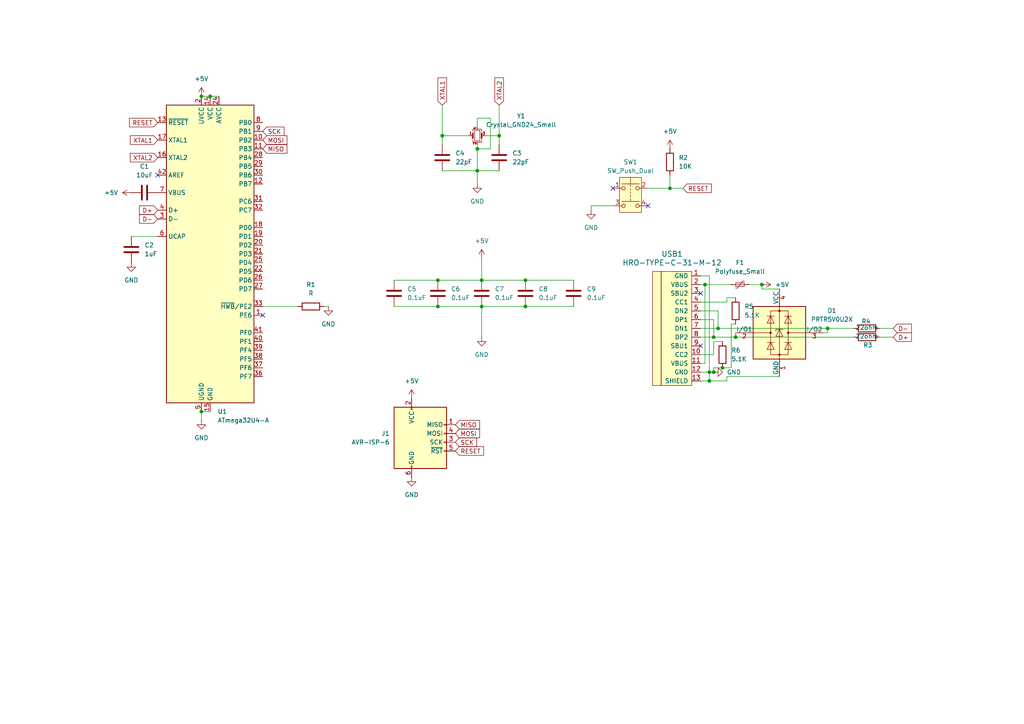
<source format=kicad_sch>
(kicad_sch (version 20250114) (generator "eeschema") (generator_version "9.0")
  (paper "A4")
  (lib_symbols
    (symbol "Connector:AVR-ISP-6" (pin_names (offset 1.016))
      (property "Reference" "J" (at -6.35 11.43 0))
      (property "Value" "AVR-ISP-6" (at 0 11.43 0))
      (symbol "AVR-ISP-6_0_1"
        (rectangle (start -2.667 10.16) (end -2.413 9.398))
        (rectangle (start -2.667 -6.858) (end -2.413 -7.62))
        (rectangle (start 7.62 10.16) (end -7.62 -7.62) (stroke (width 0.254)) (fill (type background)))
        (rectangle (start 7.62 5.207) (end 6.858 4.953))
        (rectangle (start 7.62 2.667) (end 6.858 2.413))
        (rectangle (start 7.62 0.127) (end 6.858 -0.127))
        (rectangle (start 7.62 -2.413) (end 6.858 -2.667))
      )
      (symbol "AVR-ISP-6_1_1"
        (pin passive line (at -2.54 12.7 270) (length 2.54) (name "VCC") (number "2"))
        (pin passive line (at -2.54 -10.16 90) (length 2.54) (name "GND") (number "6"))
        (pin passive line (at 10.16 5.08 180) (length 2.54) (name "MISO") (number "1"))
        (pin passive line (at 10.16 2.54 180) (length 2.54) (name "MOSI") (number "4"))
        (pin passive line (at 10.16 0 180) (length 2.54) (name "SCK") (number "3"))
        (pin passive line (at 10.16 -2.54 180) (length 2.54) (name "~{RST}") (number "5"))
      )
    )
    (symbol "Device:C" (pin_numbers (hide yes)) (pin_names (offset 0.254))
      (property "Reference" "C" (at 0.635 2.54 0))
      (property "Value" "C" (at 0.635 -2.54 0))
      (symbol "C_0_1"
        (polyline (pts (xy -2.032 0.762) (xy 2.032 0.762)) (stroke (width 0.508)))
        (polyline (pts (xy -2.032 -0.762) (xy 2.032 -0.762)) (stroke (width 0.508)))
      )
      (symbol "C_1_1"
        (pin passive line (at 0 3.81 270) (length 2.794) (name "~") (number "1"))
        (pin passive line (at 0 -3.81 90) (length 2.794) (name "~") (number "2"))
      )
    )
    (symbol "Device:Crystal_GND24_Small" (pin_names (offset 1.016) (hide yes))
      (property "Reference" "Y" (at 1.27 4.445 0))
      (property "Value" "Crystal_GND24_Small" (at 1.27 2.54 0))
      (symbol "Crystal_GND24_Small_0_1"
        (polyline (pts (xy -1.27 1.27) (xy -1.27 1.905) (xy 1.27 1.905) (xy 1.27 1.27)))
        (polyline (pts (xy -1.27 -0.762) (xy -1.27 0.762)) (stroke (width 0.381)))
        (polyline (pts (xy -1.27 -1.27) (xy -1.27 -1.905) (xy 1.27 -1.905) (xy 1.27 -1.27)))
        (rectangle (start -0.762 -1.524) (end 0.762 1.524))
        (polyline (pts (xy 1.27 -0.762) (xy 1.27 0.762)) (stroke (width 0.381)))
      )
      (symbol "Crystal_GND24_Small_1_1"
        (pin passive line (at -2.54 0 0) (length 1.27) (name "1") (number "1"))
        (pin passive line (at 0 2.54 270) (length 0.635) (name "4") (number "4"))
        (pin passive line (at 0 -2.54 90) (length 0.635) (name "2") (number "2"))
        (pin passive line (at 2.54 0 180) (length 1.27) (name "3") (number "3"))
      )
    )
    (symbol "Device:Polyfuse_Small" (pin_numbers (hide yes)) (pin_names (offset 0))
      (property "Reference" "F" (at -1.905 0 90))
      (property "Value" "Polyfuse_Small" (at 1.905 0 90))
      (symbol "Polyfuse_Small_0_1"
        (polyline (pts (xy -1.016 1.27) (xy -1.016 0.762) (xy 1.016 -0.762) (xy 1.016 -1.27)))
        (rectangle (start -0.508 1.27) (end 0.508 -1.27))
        (polyline (pts (xy 0 2.54) (xy 0 -2.54)))
      )
      (symbol "Polyfuse_Small_1_1"
        (pin passive line (at 0 2.54 270) (length 0.635) (name "~") (number "1"))
        (pin passive line (at 0 -2.54 90) (length 0.635) (name "~") (number "2"))
      )
    )
    (symbol "Device:R" (pin_numbers (hide yes)) (pin_names (offset 0))
      (property "Reference" "R" (at 2.032 0 90))
      (property "Value" "R" (at 0 0 90))
      (symbol "R_0_1"
        (rectangle (start -1.016 -2.54) (end 1.016 2.54) (stroke (width 0.254)))
      )
      (symbol "R_1_1"
        (pin passive line (at 0 3.81 270) (length 1.27) (name "~") (number "1"))
        (pin passive line (at 0 -3.81 90) (length 1.27) (name "~") (number "2"))
      )
    )
    (symbol "MCU_Microchip_ATmega:ATmega32U4-A"
      (property "Reference" "U" (at -12.7 44.45 0))
      (property "Value" "ATmega32U4-A" (at 2.54 -44.45 0))
      (symbol "ATmega32U4-A_0_1"
        (rectangle (start -12.7 -43.18) (end 12.7 43.18) (stroke (width 0.254)) (fill (type background)))
      )
      (symbol "ATmega32U4-A_1_1"
        (pin input line (at -15.24 38.1 0) (length 2.54) (name "~{RESET}") (number "13"))
        (pin input line (at -15.24 33.02 0) (length 2.54) (name "XTAL1") (number "17"))
        (pin output line (at -15.24 27.94 0) (length 2.54) (name "XTAL2") (number "16"))
        (pin passive line (at -15.24 22.86 0) (length 2.54) (name "AREF") (number "42"))
        (pin input line (at -15.24 17.78 0) (length 2.54) (name "VBUS") (number "7"))
        (pin bidirectional line (at -15.24 12.7 0) (length 2.54) (name "D+") (number "4"))
        (pin bidirectional line (at -15.24 10.16 0) (length 2.54) (name "D-") (number "3"))
        (pin passive line (at -15.24 5.08 0) (length 2.54) (name "UCAP") (number "6"))
        (pin power_in line (at -2.54 45.72 270) (length 2.54) (name "UVCC") (number "2"))
        (pin passive line (at -2.54 -45.72 90) (length 2.54) (name "UGND") (number "5"))
        (pin power_in line (at 0 45.72 270) (length 2.54) (name "VCC") (number "14"))
        (pin passive line (at 0 45.72 270) (length 2.54) (hide yes) (name "VCC") (number "34"))
        (pin power_in line (at 0 -45.72 90) (length 2.54) (name "GND") (number "15"))
        (pin passive line (at 0 -45.72 90) (length 2.54) (hide yes) (name "GND") (number "23"))
        (pin passive line (at 0 -45.72 90) (length 2.54) (hide yes) (name "GND") (number "35"))
        (pin passive line (at 0 -45.72 90) (length 2.54) (hide yes) (name "GND") (number "43"))
        (pin power_in line (at 2.54 45.72 270) (length 2.54) (name "AVCC") (number "24"))
        (pin passive line (at 2.54 45.72 270) (length 2.54) (hide yes) (name "AVCC") (number "44"))
        (pin bidirectional line (at 15.24 38.1 180) (length 2.54) (name "PB0") (number "8"))
        (pin bidirectional line (at 15.24 35.56 180) (length 2.54) (name "PB1") (number "9"))
        (pin bidirectional line (at 15.24 33.02 180) (length 2.54) (name "PB2") (number "10"))
        (pin bidirectional line (at 15.24 30.48 180) (length 2.54) (name "PB3") (number "11"))
        (pin bidirectional line (at 15.24 27.94 180) (length 2.54) (name "PB4") (number "28"))
        (pin bidirectional line (at 15.24 25.4 180) (length 2.54) (name "PB5") (number "29"))
        (pin bidirectional line (at 15.24 22.86 180) (length 2.54) (name "PB6") (number "30"))
        (pin bidirectional line (at 15.24 20.32 180) (length 2.54) (name "PB7") (number "12"))
        (pin bidirectional line (at 15.24 15.24 180) (length 2.54) (name "PC6") (number "31"))
        (pin bidirectional line (at 15.24 12.7 180) (length 2.54) (name "PC7") (number "32"))
        (pin bidirectional line (at 15.24 7.62 180) (length 2.54) (name "PD0") (number "18"))
        (pin bidirectional line (at 15.24 5.08 180) (length 2.54) (name "PD1") (number "19"))
        (pin bidirectional line (at 15.24 2.54 180) (length 2.54) (name "PD2") (number "20"))
        (pin bidirectional line (at 15.24 0 180) (length 2.54) (name "PD3") (number "21"))
        (pin bidirectional line (at 15.24 -2.54 180) (length 2.54) (name "PD4") (number "25"))
        (pin bidirectional line (at 15.24 -5.08 180) (length 2.54) (name "PD5") (number "22"))
        (pin bidirectional line (at 15.24 -7.62 180) (length 2.54) (name "PD6") (number "26"))
        (pin bidirectional line (at 15.24 -10.16 180) (length 2.54) (name "PD7") (number "27"))
        (pin bidirectional line (at 15.24 -15.24 180) (length 2.54) (name "~{HWB}/PE2") (number "33"))
        (pin bidirectional line (at 15.24 -17.78 180) (length 2.54) (name "PE6") (number "1"))
        (pin bidirectional line (at 15.24 -22.86 180) (length 2.54) (name "PF0") (number "41"))
        (pin bidirectional line (at 15.24 -25.4 180) (length 2.54) (name "PF1") (number "40"))
        (pin bidirectional line (at 15.24 -27.94 180) (length 2.54) (name "PF4") (number "39"))
        (pin bidirectional line (at 15.24 -30.48 180) (length 2.54) (name "PF5") (number "38"))
        (pin bidirectional line (at 15.24 -33.02 180) (length 2.54) (name "PF6") (number "37"))
        (pin bidirectional line (at 15.24 -35.56 180) (length 2.54) (name "PF7") (number "36"))
      )
    )
    (symbol "Power_Protection:PRTR5V0U2X" (pin_names (offset 0))
      (property "Reference" "D" (at 2.794 8.636 0))
      (property "Value" "PRTR5V0U2X" (at 8.128 -9.398 0))
      (symbol "PRTR5V0U2X_0_1"
        (rectangle (start -7.62 -7.62) (end 7.62 7.62) (stroke (width 0.254)) (fill (type background)))
        (polyline (pts (xy -3.556 2.794) (xy -1.524 2.794) (xy -2.54 4.826) (xy -3.556 2.794)))
        (polyline (pts (xy -3.556 -4.826) (xy -1.524 -4.826) (xy -2.54 -2.794) (xy -3.556 -4.826)))
        (rectangle (start -2.54 6.35) (end 2.54 -6.35))
        (circle (center -2.54 0) (radius 0.254) (fill (type outline)))
        (polyline (pts (xy -2.54 0) (xy -7.62 0)))
        (polyline (pts (xy -1.524 4.826) (xy -3.556 4.826)))
        (polyline (pts (xy -1.524 -2.794) (xy -3.556 -2.794)))
        (polyline (pts (xy -1.016 -1.016) (xy 1.016 -1.016) (xy 0 1.016) (xy -1.016 -1.016)))
        (circle (center 0 6.35) (radius 0.254) (fill (type outline)))
        (circle (center 0 -6.35) (radius 0.254) (fill (type outline)))
        (polyline (pts (xy 0 -7.62) (xy 0 7.62)))
        (polyline (pts (xy 1.016 1.016) (xy -1.016 1.016) (xy -1.016 0.508)))
        (polyline (pts (xy 1.524 4.826) (xy 3.556 4.826)))
        (polyline (pts (xy 1.524 -2.794) (xy 3.556 -2.794)))
        (polyline (pts (xy 2.54 0) (xy 7.62 0)))
        (circle (center 2.54 0) (radius 0.254) (fill (type outline)))
        (polyline (pts (xy 3.556 2.794) (xy 1.524 2.794) (xy 2.54 4.826) (xy 3.556 2.794)))
        (polyline (pts (xy 3.556 -4.826) (xy 1.524 -4.826) (xy 2.54 -2.794) (xy 3.556 -4.826)))
      )
      (symbol "PRTR5V0U2X_1_1"
        (pin passive line (at -12.7 0 0) (length 5.08) (name "I/O1") (number "2"))
        (pin passive line (at 0 12.7 270) (length 5.08) (name "VCC") (number "4"))
        (pin passive line (at 0 -12.7 90) (length 5.08) (name "GND") (number "1"))
        (pin passive line (at 12.7 0 180) (length 5.08) (name "I/O2") (number "3"))
      )
    )
    (symbol "Switch:SW_Push_Dual" (pin_names (offset 1.016) (hide yes))
      (property "Reference" "SW" (at 0 7.62 0))
      (property "Value" "SW_Push_Dual" (at 0 -6.35 0))
      (symbol "SW_Push_Dual_0_1"
        (circle (center -2.032 2.54) (radius 0.508))
        (circle (center -2.032 -2.54) (radius 0.508))
        (polyline (pts (xy 0 3.81) (xy 0 5.588)))
        (polyline (pts (xy 0 3.048) (xy 0 3.556)))
        (polyline (pts (xy 0 2.032) (xy 0 2.54)))
        (polyline (pts (xy 0 1.016) (xy 0 1.524)))
        (polyline (pts (xy 0 0.508) (xy 0 0)))
        (polyline (pts (xy 0 -0.508) (xy 0 -1.016)))
        (circle (center 2.032 2.54) (radius 0.508))
        (circle (center 2.032 -2.54) (radius 0.508))
        (polyline (pts (xy 2.54 3.81) (xy -2.54 3.81)))
        (polyline (pts (xy 2.54 -1.27) (xy -2.54 -1.27)))
        (pin passive line (at -5.08 2.54 0) (length 2.54) (name "1") (number "1"))
        (pin passive line (at -5.08 -2.54 0) (length 2.54) (name "3") (number "3"))
        (pin passive line (at 5.08 2.54 180) (length 2.54) (name "2") (number "2"))
        (pin passive line (at 5.08 -2.54 180) (length 2.54) (name "4") (number "4"))
      )
      (symbol "SW_Push_Dual_1_1"
        (rectangle (start -3.175 5.715) (end 3.175 -4.445) (fill (type background)))
      )
    )
    (symbol "USB-C:HRO-TYPE-C-31-M-12" (pin_names (offset 1.016))
      (property "Reference" "USB" (at -5.08 16.51 0))
      (property "Value" "HRO-TYPE-C-31-M-12" (at -10.16 -1.27 90))
      (symbol "HRO-TYPE-C-31-M-12_0_1"
        (rectangle (start -11.43 15.24) (end -8.89 -17.78) (fill (type background)))
        (rectangle (start 0 -17.78) (end -8.89 15.24) (fill (type background)))
      )
      (symbol "HRO-TYPE-C-31-M-12_1_1"
        (pin input line (at 2.54 13.97 180) (length 2.54) (name "GND") (number "1"))
        (pin input line (at 2.54 11.43 180) (length 2.54) (name "VBUS") (number "2"))
        (pin input line (at 2.54 8.89 180) (length 2.54) (name "SBU2") (number "3"))
        (pin input line (at 2.54 6.35 180) (length 2.54) (name "CC1") (number "4"))
        (pin input line (at 2.54 3.81 180) (length 2.54) (name "DN2") (number "5"))
        (pin input line (at 2.54 1.27 180) (length 2.54) (name "DP1") (number "6"))
        (pin input line (at 2.54 -1.27 180) (length 2.54) (name "DN1") (number "7"))
        (pin input line (at 2.54 -3.81 180) (length 2.54) (name "DP2") (number "8"))
        (pin input line (at 2.54 -6.35 180) (length 2.54) (name "SBU1") (number "9"))
        (pin input line (at 2.54 -8.89 180) (length 2.54) (name "CC2") (number "10"))
        (pin input line (at 2.54 -11.43 180) (length 2.54) (name "VBUS") (number "11"))
        (pin input line (at 2.54 -13.97 180) (length 2.54) (name "GND") (number "12"))
        (pin input line (at 2.54 -16.51 180) (length 2.54) (name "SHIELD") (number "13"))
      )
    )
    (symbol "power:+5V" (power) (pin_numbers (hide yes)) (pin_names (offset 0) (hide yes))
      (property "Value" "+5V" (at 0 3.556 0))
      (symbol "+5V_0_1"
        (polyline (pts (xy -0.762 1.27) (xy 0 2.54)))
        (polyline (pts (xy 0 2.54) (xy 0.762 1.27)))
        (polyline (pts (xy 0 0) (xy 0 2.54)))
      )
      (symbol "+5V_1_1"
        (pin power_in line (at 0 0 90) (length 0) (name "~") (number "1"))
      )
    )
    (symbol "power:GND" (power) (pin_numbers (hide yes)) (pin_names (offset 0) (hide yes))
      (property "Value" "GND" (at 0 -3.81 0))
      (symbol "GND_0_1"
        (polyline (pts (xy 0 0) (xy 0 -1.27) (xy 1.27 -1.27) (xy 0 -2.54) (xy -1.27 -1.27) (xy 0 -1.27)))
      )
      (symbol "GND_1_1"
        (pin power_in line (at 0 0 270) (length 0) (name "~") (number "1"))
      )
    )
  )
  (junction (at 58.42 27.94))
  (junction (at 209.55 106.68))
  (junction (at 207.01 107.95))
  (junction (at 127 88.9))
  (junction (at 207.01 97.79))
  (junction (at 144.78 39.37))
  (junction (at 139.7 88.9))
  (junction (at 128.27 39.37))
  (junction (at 58.42 119.38))
  (junction (at 138.43 49.53))
  (junction (at 213.36 97.79))
  (junction (at 139.7 81.28))
  (junction (at 152.4 88.9))
  (junction (at 205.74 107.95))
  (junction (at 60.96 27.94))
  (junction (at 127 81.28))
  (junction (at 204.47 82.55))
  (junction (at 220.98 82.55))
  (junction (at 240.03 95.25))
  (junction (at 208.28 95.25))
  (junction (at 152.4 81.28))
  (junction (at 205.74 110.49))
  (junction (at 138.43 43.18))
  (junction (at 194.31 54.61))
  (no_connect (at 76.2 91.44))
  (no_connect (at 45.72 50.8))
  (no_connect (at 177.8 54.61))
  (no_connect (at 203.2 100.33))
  (no_connect (at 203.2 85.09))
  (no_connect (at 187.96 59.69))
  (wire (pts (xy 128.27 39.37) (xy 128.27 41.91)))
  (wire (pts (xy 144.78 39.37) (xy 144.78 41.91)))
  (wire (pts (xy 203.2 90.17) (xy 208.28 90.17)))
  (wire (pts (xy 60.96 27.94) (xy 63.5 27.94)))
  (wire (pts (xy 144.78 49.53) (xy 138.43 49.53)))
  (wire (pts (xy 240.03 96.52) (xy 240.03 95.25)))
  (wire (pts (xy 204.47 82.55) (xy 212.09 82.55)))
  (wire (pts (xy 38.1 68.58) (xy 45.72 68.58)))
  (wire (pts (xy 203.2 110.49) (xy 205.74 110.49)))
  (wire (pts (xy 226.06 83.82) (xy 220.98 83.82)))
  (wire (pts (xy 203.2 105.41) (xy 204.47 105.41)))
  (wire (pts (xy 194.31 54.61) (xy 198.12 54.61)))
  (wire (pts (xy 138.43 36.83) (xy 138.43 34.29)))
  (wire (pts (xy 127 81.28) (xy 139.7 81.28)))
  (wire (pts (xy 210.82 86.36) (xy 213.36 86.36)))
  (wire (pts (xy 138.43 49.53) (xy 138.43 53.34)))
  (wire (pts (xy 194.31 54.61) (xy 194.31 50.8)))
  (wire (pts (xy 203.2 87.63) (xy 210.82 87.63)))
  (wire (pts (xy 142.24 43.18) (xy 138.43 43.18)))
  (wire (pts (xy 127 88.9) (xy 139.7 88.9)))
  (wire (pts (xy 177.8 59.69) (xy 171.45 59.69)))
  (wire (pts (xy 139.7 81.28) (xy 152.4 81.28)))
  (wire (pts (xy 205.74 110.49) (xy 205.74 107.95)))
  (wire (pts (xy 139.7 88.9) (xy 152.4 88.9)))
  (wire (pts (xy 210.82 110.49) (xy 205.74 110.49)))
  (wire (pts (xy 114.3 88.9) (xy 127 88.9)))
  (wire (pts (xy 203.2 107.95) (xy 205.74 107.95)))
  (wire (pts (xy 212.09 93.98) (xy 212.09 106.68)))
  (wire (pts (xy 247.65 95.25) (xy 240.03 95.25)))
  (wire (pts (xy 128.27 49.53) (xy 138.43 49.53)))
  (wire (pts (xy 210.82 87.63) (xy 210.82 86.36)))
  (wire (pts (xy 138.43 43.18) (xy 138.43 41.91)))
  (wire (pts (xy 144.78 39.37) (xy 144.78 30.48)))
  (wire (pts (xy 135.89 39.37) (xy 128.27 39.37)))
  (wire (pts (xy 203.2 95.25) (xy 208.28 95.25)))
  (wire (pts (xy 60.96 119.38) (xy 58.42 119.38)))
  (wire (pts (xy 58.42 27.94) (xy 60.96 27.94)))
  (wire (pts (xy 138.43 43.18) (xy 138.43 49.53)))
  (wire (pts (xy 203.2 97.79) (xy 207.01 97.79)))
  (wire (pts (xy 203.2 92.71) (xy 207.01 92.71)))
  (wire (pts (xy 217.17 82.55) (xy 220.98 82.55)))
  (wire (pts (xy 209.55 106.68) (xy 207.01 106.68)))
  (wire (pts (xy 208.28 90.17) (xy 208.28 95.25)))
  (wire (pts (xy 139.7 88.9) (xy 139.7 97.79)))
  (wire (pts (xy 207.01 102.87) (xy 203.2 102.87)))
  (wire (pts (xy 207.01 106.68) (xy 207.01 107.95)))
  (wire (pts (xy 207.01 99.06) (xy 207.01 102.87)))
  (wire (pts (xy 255.27 97.79) (xy 259.08 97.79)))
  (wire (pts (xy 205.74 107.95) (xy 207.01 107.95)))
  (wire (pts (xy 212.09 106.68) (xy 209.55 106.68)))
  (wire (pts (xy 76.2 88.9) (xy 86.36 88.9)))
  (wire (pts (xy 207.01 92.71) (xy 207.01 97.79)))
  (wire (pts (xy 58.42 119.38) (xy 58.42 121.92)))
  (wire (pts (xy 213.36 93.98) (xy 212.09 93.98)))
  (wire (pts (xy 114.3 81.28) (xy 127 81.28)))
  (wire (pts (xy 204.47 105.41) (xy 204.47 82.55)))
  (wire (pts (xy 171.45 59.69) (xy 171.45 60.96)))
  (wire (pts (xy 95.25 88.9) (xy 93.98 88.9)))
  (wire (pts (xy 140.97 39.37) (xy 144.78 39.37)))
  (wire (pts (xy 203.2 82.55) (xy 204.47 82.55)))
  (wire (pts (xy 138.43 34.29) (xy 142.24 34.29)))
  (wire (pts (xy 238.76 96.52) (xy 240.03 96.52)))
  (wire (pts (xy 203.2 80.01) (xy 205.74 80.01)))
  (wire (pts (xy 142.24 34.29) (xy 142.24 43.18)))
  (wire (pts (xy 205.74 80.01) (xy 205.74 107.95)))
  (wire (pts (xy 152.4 81.28) (xy 166.37 81.28)))
  (wire (pts (xy 226.06 109.22) (xy 210.82 109.22)))
  (wire (pts (xy 220.98 83.82) (xy 220.98 82.55)))
  (wire (pts (xy 139.7 81.28) (xy 139.7 74.93)))
  (wire (pts (xy 209.55 99.06) (xy 207.01 99.06)))
  (wire (pts (xy 213.36 96.52) (xy 213.36 97.79)))
  (wire (pts (xy 213.36 97.79) (xy 247.65 97.79)))
  (wire (pts (xy 187.96 54.61) (xy 194.31 54.61)))
  (wire (pts (xy 255.27 95.25) (xy 259.08 95.25)))
  (wire (pts (xy 128.27 30.48) (xy 128.27 39.37)))
  (wire (pts (xy 210.82 109.22) (xy 210.82 110.49)))
  (wire (pts (xy 152.4 88.9) (xy 166.37 88.9)))
  (wire (pts (xy 240.03 95.25) (xy 208.28 95.25)))
  (wire (pts (xy 207.01 97.79) (xy 213.36 97.79)))
  (global_label "D-" (shape input) (at 45.72 63.5 180) (property "Intersheetrefs" "${INTERSHEET_REFS}" (effects (hide yes))))
  (global_label "RESET" (shape input) (at 132.08 130.81 0) (property "Intersheetrefs" "${INTERSHEET_REFS}" (effects (hide yes))))
  (global_label "SCK" (shape input) (at 76.2 38.1 0) (property "Intersheetrefs" "${INTERSHEET_REFS}" (effects (hide yes))))
  (global_label "XTAL2" (shape input) (at 45.72 45.72 180) (property "Intersheetrefs" "${INTERSHEET_REFS}" (effects (hide yes))))
  (global_label "XTAL1" (shape input) (at 45.72 40.64 180) (property "Intersheetrefs" "${INTERSHEET_REFS}" (effects (hide yes))))
  (global_label "MOSI" (shape input) (at 76.2 40.64 0) (property "Intersheetrefs" "${INTERSHEET_REFS}" (effects (hide yes))))
  (global_label "XTAL2" (shape input) (at 144.78 30.48 90) (property "Intersheetrefs" "${INTERSHEET_REFS}" (effects (hide yes))))
  (global_label "MOSI" (shape input) (at 132.08 125.73 0) (property "Intersheetrefs" "${INTERSHEET_REFS}" (effects (hide yes))))
  (global_label "D+" (shape input) (at 259.08 97.79 0) (property "Intersheetrefs" "${INTERSHEET_REFS}" (effects (hide yes))))
  (global_label "D+" (shape input) (at 45.72 60.96 180) (property "Intersheetrefs" "${INTERSHEET_REFS}" (effects (hide yes))))
  (global_label "D-" (shape input) (at 259.08 95.25 0) (property "Intersheetrefs" "${INTERSHEET_REFS}" (effects (hide yes))))
  (global_label "XTAL1" (shape input) (at 128.27 30.48 90) (property "Intersheetrefs" "${INTERSHEET_REFS}" (effects (hide yes))))
  (global_label "RESET" (shape input) (at 198.12 54.61 0) (property "Intersheetrefs" "${INTERSHEET_REFS}" (effects (hide yes))))
  (global_label "MISO" (shape input) (at 132.08 123.19 0) (property "Intersheetrefs" "${INTERSHEET_REFS}" (effects (hide yes))))
  (global_label "RESET" (shape input) (at 45.72 35.56 180) (property "Intersheetrefs" "${INTERSHEET_REFS}" (effects (hide yes))))
  (global_label "SCK" (shape input) (at 132.08 128.27 0) (property "Intersheetrefs" "${INTERSHEET_REFS}" (effects (hide yes))))
  (global_label "MISO" (shape input) (at 76.2 43.18 0) (property "Intersheetrefs" "${INTERSHEET_REFS}" (effects (hide yes))))
  (symbol (lib_id "Device:C") (at 166.37 85.09 0) (unit 1)
    (property "Reference" "C9" (at 170.18 83.8199 0) (effects (justify left)))
    (property "Value" "0.1uF" (at 170.18 86.3599 0) (effects (justify left)))
    (property "Description" "Unpolarized capacitor" (effects (hide yes)))
  )
  (symbol (lib_id "power:GND") (at 38.1 76.2 0) (unit 1)
    (property "Reference" "#PWR05" (effects (hide yes)))
    (property "Value" "GND" (at 38.1 81.28 0))
    (property "Description" "Power symbol creates a global label with name \"GND\" , ground" (effects (hide yes)))
  )
  (symbol (lib_id "power:GND") (at 58.42 121.92 0) (unit 1)
    (property "Reference" "#PWR02" (effects (hide yes)))
    (property "Value" "GND" (at 58.42 127 0))
    (property "Description" "Power symbol creates a global label with name \"GND\" , ground" (effects (hide yes)))
  )
  (symbol (lib_id "power:+5V") (at 220.98 82.55 270) (unit 1)
    (property "Reference" "#PWR014" (effects (hide yes)))
    (property "Value" "+5V" (at 224.79 82.5499 90) (effects (justify left)))
    (property "Description" "Power symbol creates a global label with name \"+5V\"" (effects (hide yes)))
  )
  (symbol (lib_id "power:+5V") (at 194.31 43.18 0) (unit 1)
    (property "Reference" "#PWR012" (effects (hide yes)))
    (property "Value" "+5V" (at 194.31 38.1 0))
    (property "Description" "Power symbol creates a global label with name \"+5V\"" (effects (hide yes)))
  )
  (symbol (lib_id "Device:R") (at 209.55 102.87 0) (unit 1)
    (property "Reference" "R6" (at 212.09 101.5999 0) (effects (justify left)))
    (property "Value" "5.1K" (at 212.09 104.1399 0) (effects (justify left)))
    (property "Description" "Resistor" (effects (hide yes)))
  )
  (symbol (lib_id "power:GND") (at 95.25 88.9 0) (unit 1)
    (property "Reference" "#PWR04" (effects (hide yes)))
    (property "Value" "GND" (at 95.25 93.98 0))
    (property "Description" "Power symbol creates a global label with name \"GND\" , ground" (effects (hide yes)))
  )
  (symbol (lib_id "power:GND") (at 139.7 97.79 0) (unit 1)
    (property "Reference" "#PWR07" (effects (hide yes)))
    (property "Value" "GND" (at 139.7 102.87 0))
    (property "Description" "Power symbol creates a global label with name \"GND\" , ground" (effects (hide yes)))
  )
  (symbol (lib_id "Device:R") (at 213.36 90.17 0) (unit 1)
    (property "Reference" "R5" (at 215.9 88.8999 0) (effects (justify left)))
    (property "Value" "5.1K" (at 215.9 91.4399 0) (effects (justify left)))
    (property "Description" "Resistor" (effects (hide yes)))
  )
  (symbol (lib_id "power:GND") (at 138.43 53.34 0) (unit 1)
    (property "Reference" "#PWR06" (effects (hide yes)))
    (property "Value" "GND" (at 138.43 58.42 0))
    (property "Description" "Power symbol creates a global label with name \"GND\" , ground" (effects (hide yes)))
  )
  (symbol (lib_id "Device:R") (at 194.31 46.99 0) (unit 1)
    (property "Reference" "R2" (at 196.85 45.7199 0) (effects (justify left)))
    (property "Value" "10K" (at 196.85 48.2599 0) (effects (justify left)))
    (property "Description" "Resistor" (effects (hide yes)))
  )
  (symbol (lib_id "Device:R") (at 251.46 95.25 90) (unit 1)
    (property "Reference" "R4" (at 251.206 93.218 90))
    (property "Value" "22ohm" (at 251.46 94.996 90))
    (property "Description" "Resistor" (effects (hide yes)))
  )
  (symbol (lib_id "Device:C") (at 128.27 45.72 180) (unit 1)
    (property "Reference" "C4" (at 132.08 44.4499 0) (effects (justify right)))
    (property "Value" "22pF" (at 132.08 46.9899 0) (effects (justify right)))
    (property "Description" "Unpolarized capacitor" (effects (hide yes)))
  )
  (symbol (lib_id "Device:C") (at 139.7 85.09 0) (unit 1)
    (property "Reference" "C7" (at 143.51 83.8199 0) (effects (justify left)))
    (property "Value" "0.1uF" (at 143.51 86.3599 0) (effects (justify left)))
    (property "Description" "Unpolarized capacitor" (effects (hide yes)))
  )
  (symbol (lib_id "power:GND") (at 119.38 138.43 0) (unit 1)
    (property "Reference" "#PWR010" (effects (hide yes)))
    (property "Value" "GND" (at 119.38 143.51 0))
    (property "Description" "Power symbol creates a global label with name \"GND\" , ground" (effects (hide yes)))
  )
  (symbol (lib_id "Device:C") (at 41.91 55.88 90) (unit 1)
    (property "Reference" "C1" (at 41.91 48.26 90))
    (property "Value" "10uF" (at 41.91 50.8 90))
    (property "Description" "Unpolarized capacitor" (effects (hide yes)))
  )
  (symbol (lib_id "Device:C") (at 152.4 85.09 0) (unit 1)
    (property "Reference" "C8" (at 156.21 83.8199 0) (effects (justify left)))
    (property "Value" "0.1uF" (at 156.21 86.3599 0) (effects (justify left)))
    (property "Description" "Unpolarized capacitor" (effects (hide yes)))
  )
  (symbol (lib_id "power:+5V") (at 119.38 115.57 0) (unit 1)
    (property "Reference" "#PWR09" (effects (hide yes)))
    (property "Value" "+5V" (at 119.38 110.49 0))
    (property "Description" "Power symbol creates a global label with name \"+5V\"" (effects (hide yes)))
  )
  (symbol (lib_id "Device:C") (at 114.3 85.09 0) (unit 1)
    (property "Reference" "C5" (at 118.11 83.8199 0) (effects (justify left)))
    (property "Value" "0.1uF" (at 118.11 86.3599 0) (effects (justify left)))
    (property "Description" "Unpolarized capacitor" (effects (hide yes)))
  )
  (symbol (lib_id "Connector:AVR-ISP-6") (at 121.92 128.27 0) (unit 1)
    (property "Reference" "J1" (at 113.03 125.7299 0) (effects (justify right)))
    (property "Value" "AVR-ISP-6" (at 113.03 128.2699 0) (effects (justify right)))
    (property "Description" "Atmel 6-pin ISP connector" (effects (hide yes)))
  )
  (symbol (lib_id "Device:Polyfuse_Small") (at 214.63 82.55 90) (unit 1)
    (property "Reference" "F1" (at 214.63 76.2 90))
    (property "Value" "Polyfuse_Small" (at 214.63 78.74 90))
    (property "Description" "Resettable fuse, polymeric positive temperature coefficient, small symbol" (effects (hide yes)))
  )
  (symbol (lib_id "Device:C") (at 127 85.09 0) (unit 1)
    (property "Reference" "C6" (at 130.81 83.8199 0) (effects (justify left)))
    (property "Value" "0.1uF" (at 130.81 86.3599 0) (effects (justify left)))
    (property "Description" "Unpolarized capacitor" (effects (hide yes)))
  )
  (symbol (lib_id "power:GND") (at 171.45 60.96 0) (unit 1)
    (property "Reference" "#PWR011" (effects (hide yes)))
    (property "Value" "GND" (at 171.45 66.04 0))
    (property "Description" "Power symbol creates a global label with name \"GND\" , ground" (effects (hide yes)))
  )
  (symbol (lib_id "Device:C") (at 144.78 45.72 0) (unit 1)
    (property "Reference" "C3" (at 148.59 44.4499 0) (effects (justify left)))
    (property "Value" "22pF" (at 148.59 46.9899 0) (effects (justify left)))
    (property "Description" "Unpolarized capacitor" (effects (hide yes)))
  )
  (symbol (lib_id "Device:R") (at 90.17 88.9 90) (unit 1)
    (property "Reference" "R1" (at 90.17 82.55 90))
    (property "Value" "R" (at 90.17 85.09 90))
    (property "Description" "Resistor" (effects (hide yes)))
  )
  (symbol (lib_id "Power_Protection:PRTR5V0U2X") (at 226.06 96.52 0) (unit 1)
    (property "Reference" "D1" (at 241.3 90.0998 0))
    (property "Value" "PRTR5V0U2X" (at 241.3 92.6398 0))
    (property "Footprint" "Package_TO_SOT_SMD:SOT-143" (effects (hide yes)))
    (property "Datasheet" "https://assets.nexperia.com/documents/data-sheet/PRTR5V0U2X.pdf" (effects (hide yes)))
    (property "Description" "Ultra low capacitance double rail-to-rail ESD protection diode, SOT-143" (effects (hide yes)))
  )
  (symbol (lib_id "Switch:SW_Push_Dual") (at 182.88 57.15 0) (unit 1)
    (property "Reference" "SW1" (at 182.88 46.99 0))
    (property "Value" "SW_Push_Dual" (at 182.88 49.53 0))
    (property "Description" "Push button switch, generic, symbol, four pins" (effects (hide yes)))
  )
  (symbol (lib_id "power:+5V") (at 38.1 55.88 90) (unit 1)
    (property "Reference" "#PWR03" (effects (hide yes)))
    (property "Value" "+5V" (at 34.29 55.8799 90) (effects (justify left)))
    (property "Description" "Power symbol creates a global label with name \"+5V\"" (effects (hide yes)))
  )
  (symbol (lib_id "power:GND") (at 207.01 107.95 90) (unit 1)
    (property "Reference" "#PWR013" (effects (hide yes)))
    (property "Value" "GND" (at 210.82 107.9499 90) (effects (justify right)))
    (property "Description" "Power symbol creates a global label with name \"GND\" , ground" (effects (hide yes)))
  )
  (symbol (lib_id "Device:C") (at 38.1 72.39 0) (unit 1)
    (property "Reference" "C2" (at 41.91 71.1199 0) (effects (justify left)))
    (property "Value" "1uF" (at 41.91 73.6599 0) (effects (justify left)))
    (property "Description" "Unpolarized capacitor" (effects (hide yes)))
  )
  (symbol (lib_id "USB-C:HRO-TYPE-C-31-M-12") (at 200.66 93.98 0) (unit 1)
    (property "Reference" "USB1" (at 194.945 73.66 0) (effects (font (size 1.524 1.524))))
    (property "Value" "HRO-TYPE-C-31-M-12" (at 194.945 76.2 0) (effects (font (size 1.524 1.524))))
  )
  (symbol (lib_id "MCU_Microchip_ATmega:ATmega32U4-A") (at 60.96 73.66 0) (unit 1)
    (property "Reference" "U1" (at 63.1033 119.38 0) (effects (justify left)))
    (property "Value" "ATmega32U4-A" (at 63.1033 121.92 0) (effects (justify left)))
    (property "Footprint" "Package_QFP:TQFP-44_10x10mm_P0.8mm" (effects (hide yes)))
    (property "Datasheet" "http://ww1.microchip.com/downloads/en/DeviceDoc/Atmel-7766-8-bit-AVR-ATmega16U4-32U4_Datasheet.pdf" (effects (hide yes)))
    (property "Description" "16MHz, 32kB Flash, 2.5kB SRAM, 1kB EEPROM, USB 2.0, TQFP-44" (effects (hide yes)))
  )
  (symbol (lib_id "power:+5V") (at 139.7 74.93 0) (unit 1)
    (property "Reference" "#PWR08" (effects (hide yes)))
    (property "Value" "+5V" (at 139.7 69.85 0))
    (property "Description" "Power symbol creates a global label with name \"+5V\"" (effects (hide yes)))
  )
  (symbol (lib_id "Device:R") (at 251.46 97.79 90) (unit 1)
    (property "Reference" "R3" (at 251.714 100.076 90))
    (property "Value" "22ohm" (at 251.46 97.536 90))
    (property "Description" "Resistor" (effects (hide yes)))
  )
  (symbol (lib_id "Device:Crystal_GND24_Small") (at 138.43 39.37 0) (unit 1)
    (property "Reference" "Y1" (at 151.13 33.6482 0))
    (property "Value" "Crystal_GND24_Small" (at 151.13 36.1882 0))
    (property "Description" "Four pin crystal, GND on pins 2 and 4, small symbol" (effects (hide yes)))
  )
  (symbol (lib_id "power:+5V") (at 58.42 27.94 0) (unit 1)
    (property "Reference" "#PWR01" (effects (hide yes)))
    (property "Value" "+5V" (at 58.42 22.86 0))
    (property "Description" "Power symbol creates a global label with name \"+5V\"" (effects (hide yes)))
  )
  (sheet (at -58.42 12.7) (size 46.99 38.1) (stroke (width 0.1524))
    (property "Sheetname" "Keyboard" (at -58.42 11.9884 0) (effects (justify left bottom)))
    (property "Sheetfile" "keyboard.kicad_sch" (at -58.42 51.3846 0) (effects (justify left top)))
  )
)
</source>
